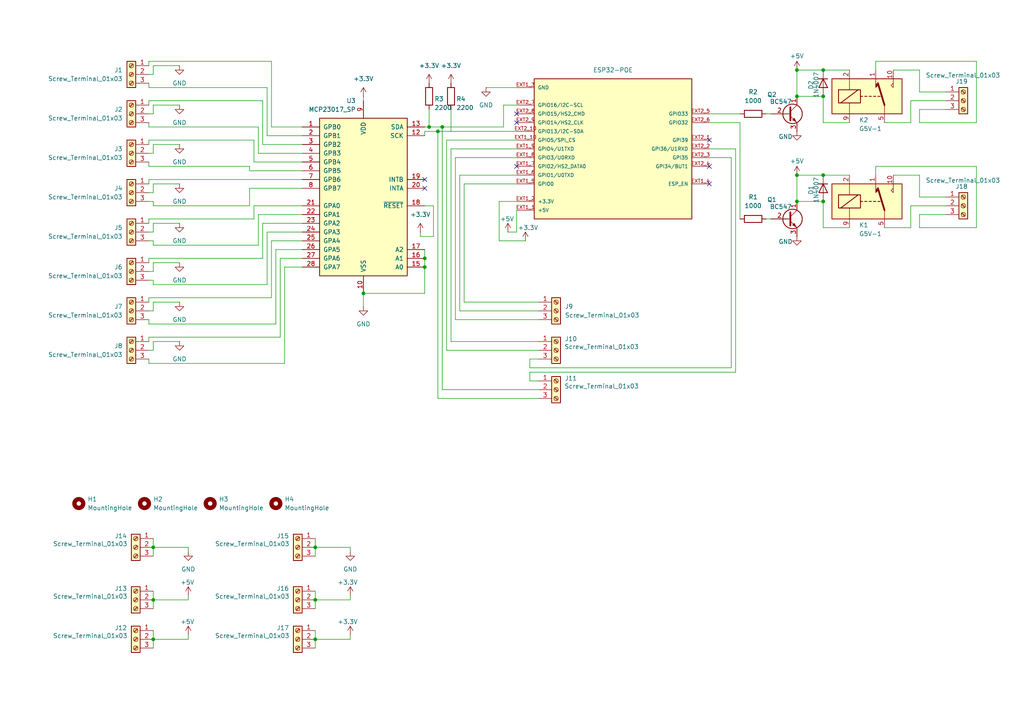
<source format=kicad_sch>
(kicad_sch (version 20231120) (generator "eeschema") (generator_version "8.0")
  (paper "A4")
  (lib_symbols
    (symbol "Connector:Screw_Terminal_01x03" (pin_names (offset 1.016) hide)
      (property "Reference" "J" (at 0 5.08 0))
      (property "Value" "Screw_Terminal_01x03" (at 0 -5.08 0))
      (symbol "Screw_Terminal_01x03_1_1"
        (rectangle (start -1.27 3.81) (end 1.27 -3.81) (stroke (width 0.254)) (fill (type background)))
        (circle (center 0 -2.54) (radius 0.635) (stroke (width 0.1524)))
        (polyline (pts (xy -0.5334 -2.2098) (xy 0.3302 -3.048)) (stroke (width 0.1524)))
        (polyline (pts (xy -0.5334 0.3302) (xy 0.3302 -0.508)) (stroke (width 0.1524)))
        (polyline (pts (xy -0.5334 2.8702) (xy 0.3302 2.032)) (stroke (width 0.1524)))
        (polyline (pts (xy -0.3556 -2.032) (xy 0.508 -2.8702)) (stroke (width 0.1524)))
        (polyline (pts (xy -0.3556 0.508) (xy 0.508 -0.3302)) (stroke (width 0.1524)))
        (polyline (pts (xy -0.3556 3.048) (xy 0.508 2.2098)) (stroke (width 0.1524)))
        (circle (center 0 0) (radius 0.635) (stroke (width 0.1524)))
        (circle (center 0 2.54) (radius 0.635) (stroke (width 0.1524)))
        (pin passive line (at -5.08 2.54 0) (length 3.81) (name "Pin_1") (number "1"))
        (pin passive line (at -5.08 0 0) (length 3.81) (name "Pin_2") (number "2"))
        (pin passive line (at -5.08 -2.54 0) (length 3.81) (name "Pin_3") (number "3"))
      )
    )
    (symbol "Device:R" (pin_numbers hide) (pin_names (offset 0))
      (property "Reference" "R" (at 2.032 0 90))
      (property "Value" "R" (at 0 0 90))
      (symbol "R_0_1"
        (rectangle (start -1.016 -2.54) (end 1.016 2.54) (stroke (width 0.254)))
      )
      (symbol "R_1_1"
        (pin passive line (at 0 3.81 270) (length 1.27) (name "~") (number "1"))
        (pin passive line (at 0 -3.81 90) (length 1.27) (name "~") (number "2"))
      )
    )
    (symbol "Diode:1N4007" (pin_numbers hide) (pin_names hide)
      (property "Reference" "D" (at 0 2.54 0))
      (property "Value" "1N4007" (at 0 -2.54 0))
      (symbol "1N4007_0_1"
        (polyline (pts (xy -1.27 1.27) (xy -1.27 -1.27)) (stroke (width 0.254)))
        (polyline (pts (xy 1.27 0) (xy -1.27 0)))
        (polyline (pts (xy 1.27 1.27) (xy 1.27 -1.27) (xy -1.27 0) (xy 1.27 1.27)) (stroke (width 0.254)))
      )
      (symbol "1N4007_1_1"
        (pin passive line (at -3.81 0 0) (length 2.54) (name "K") (number "1"))
        (pin passive line (at 3.81 0 180) (length 2.54) (name "A") (number "2"))
      )
    )
    (symbol "ESP32-POE:ESP32-POE" (pin_names (offset 1.016))
      (property "Reference" "U" (at -22.86 20.955 0))
      (property "Value" "ESP32-POE" (at -22.86 -22.86 0))
      (symbol "ESP32-POE_0_0"
        (rectangle (start -22.86 -20.32) (end 22.86 20.32) (stroke (width 0.254)) (fill (type background)))
        (pin power_in line (at 27.94 17.78 180) (length 5.08) (name "+5V") (number "EXT1_1"))
        (pin bidirectional line (at 27.94 -2.54 180) (length 5.08) (name "GPIO5/SPI_CS") (number "EXT1_10"))
        (pin power_in line (at 27.94 15.24 180) (length 5.08) (name "+3.3V") (number "EXT1_2"))
        (pin power_in line (at 27.94 -17.78 180) (length 5.08) (name "GND") (number "EXT1_3"))
        (pin input line (at -27.94 10.16 0) (length 5.08) (name "ESP_EN") (number "EXT1_4"))
        (pin bidirectional line (at 27.94 10.16 180) (length 5.08) (name "GPIO0") (number "EXT1_5"))
        (pin bidirectional line (at 27.94 7.62 180) (length 5.08) (name "GPIO1/U0TXD") (number "EXT1_6"))
        (pin bidirectional line (at 27.94 5.08 180) (length 5.08) (name "GPIO2/HS2_DATA0") (number "EXT1_7"))
        (pin bidirectional line (at 27.94 2.54 180) (length 5.08) (name "GPIO3/U0RXD") (number "EXT1_8"))
        (pin bidirectional line (at 27.94 0 180) (length 5.08) (name "GPIO4/U1TXD") (number "EXT1_9"))
        (pin input line (at -27.94 -2.54 0) (length 5.08) (name "GPI39") (number "EXT2_1"))
        (pin bidirectional line (at 27.94 -5.08 180) (length 5.08) (name "GPIO13/I2C-SDA") (number "EXT2_10"))
        (pin input line (at -27.94 0 0) (length 5.08) (name "GPI36/U1RXD") (number "EXT2_2"))
        (pin input line (at -27.94 2.54 0) (length 5.08) (name "GPI35") (number "EXT2_3"))
        (pin input line (at -27.94 5.08 0) (length 5.08) (name "GPI34/BUT1") (number "EXT2_4"))
        (pin bidirectional line (at -27.94 -10.16 0) (length 5.08) (name "GPIO33") (number "EXT2_5"))
        (pin bidirectional line (at -27.94 -7.62 0) (length 5.08) (name "GPIO32") (number "EXT2_6"))
        (pin bidirectional line (at 27.94 -12.7 180) (length 5.08) (name "GPIO16/I2C-SCL") (number "EXT2_7"))
        (pin bidirectional line (at 27.94 -10.16 180) (length 5.08) (name "GPIO15/HS2_CMD") (number "EXT2_8"))
        (pin bidirectional line (at 27.94 -7.62 180) (length 5.08) (name "GPIO14/HS2_CLK") (number "EXT2_9"))
      )
    )
    (symbol "Interface_Expansion:MCP23017_SP" (pin_names (offset 1.016))
      (property "Reference" "U" (at -11.43 24.13 0))
      (property "Value" "MCP23017_SP" (at 0 0 0))
      (symbol "MCP23017_SP_0_1"
        (rectangle (start -12.7 22.86) (end 12.7 -22.86) (stroke (width 0.254)) (fill (type background)))
      )
      (symbol "MCP23017_SP_1_1"
        (pin bidirectional line (at 17.78 20.32 180) (length 5.08) (name "GPB0") (number "1"))
        (pin power_in line (at 0 -27.94 90) (length 5.08) (name "VSS") (number "10"))
        (pin no_connect line (at -12.7 15.24 0) (length 5.08) hide (name "NC") (number "11"))
        (pin input line (at -17.78 17.78 0) (length 5.08) (name "SCK") (number "12"))
        (pin bidirectional line (at -17.78 20.32 0) (length 5.08) (name "SDA") (number "13"))
        (pin no_connect line (at -12.7 12.7 0) (length 5.08) hide (name "NC") (number "14"))
        (pin input line (at -17.78 -20.32 0) (length 5.08) (name "A0") (number "15"))
        (pin input line (at -17.78 -17.78 0) (length 5.08) (name "A1") (number "16"))
        (pin input line (at -17.78 -15.24 0) (length 5.08) (name "A2") (number "17"))
        (pin input line (at -17.78 -2.54 0) (length 5.08) (name "~{RESET}") (number "18"))
        (pin tri_state line (at -17.78 5.08 0) (length 5.08) (name "INTB") (number "19"))
        (pin bidirectional line (at 17.78 17.78 180) (length 5.08) (name "GPB1") (number "2"))
        (pin tri_state line (at -17.78 2.54 0) (length 5.08) (name "INTA") (number "20"))
        (pin bidirectional line (at 17.78 -2.54 180) (length 5.08) (name "GPA0") (number "21"))
        (pin bidirectional line (at 17.78 -5.08 180) (length 5.08) (name "GPA1") (number "22"))
        (pin bidirectional line (at 17.78 -7.62 180) (length 5.08) (name "GPA2") (number "23"))
        (pin bidirectional line (at 17.78 -10.16 180) (length 5.08) (name "GPA3") (number "24"))
        (pin bidirectional line (at 17.78 -12.7 180) (length 5.08) (name "GPA4") (number "25"))
        (pin bidirectional line (at 17.78 -15.24 180) (length 5.08) (name "GPA5") (number "26"))
        (pin bidirectional line (at 17.78 -17.78 180) (length 5.08) (name "GPA6") (number "27"))
        (pin bidirectional line (at 17.78 -20.32 180) (length 5.08) (name "GPA7") (number "28"))
        (pin bidirectional line (at 17.78 15.24 180) (length 5.08) (name "GPB2") (number "3"))
        (pin bidirectional line (at 17.78 12.7 180) (length 5.08) (name "GPB3") (number "4"))
        (pin bidirectional line (at 17.78 10.16 180) (length 5.08) (name "GPB4") (number "5"))
        (pin bidirectional line (at 17.78 7.62 180) (length 5.08) (name "GPB5") (number "6"))
        (pin bidirectional line (at 17.78 5.08 180) (length 5.08) (name "GPB6") (number "7"))
        (pin bidirectional line (at 17.78 2.54 180) (length 5.08) (name "GPB7") (number "8"))
        (pin power_in line (at 0 27.94 270) (length 5.08) (name "VDD") (number "9"))
      )
    )
    (symbol "Mechanical:MountingHole" (pin_names (offset 1.016))
      (property "Reference" "H" (at 0 5.08 0))
      (property "Value" "MountingHole" (at 0 3.175 0))
      (symbol "MountingHole_0_1"
        (circle (center 0 0) (radius 1.27) (stroke (width 1.27)))
      )
    )
    (symbol "Relay:G5V-1"
      (property "Reference" "K" (at 11.43 3.81 0))
      (property "Value" "G5V-1" (at 11.43 1.27 0))
      (symbol "G5V-1_0_0"
        (polyline (pts (xy 7.62 5.08) (xy 7.62 2.54) (xy 6.985 3.175) (xy 7.62 3.81)))
      )
      (symbol "G5V-1_0_1"
        (rectangle (start -10.16 5.08) (end 10.16 -5.08) (stroke (width 0.254)) (fill (type background)))
        (rectangle (start -8.255 1.905) (end -1.905 -1.905) (stroke (width 0.254)))
        (polyline (pts (xy -7.62 -1.905) (xy -2.54 1.905)) (stroke (width 0.254)))
        (polyline (pts (xy -5.08 -5.08) (xy -5.08 -1.905)))
        (polyline (pts (xy -5.08 5.08) (xy -5.08 1.905)))
        (polyline (pts (xy -1.905 0) (xy -1.27 0)) (stroke (width 0.254)))
        (polyline (pts (xy -0.635 0) (xy 0 0)) (stroke (width 0.254)))
        (polyline (pts (xy 0.635 0) (xy 1.27 0)) (stroke (width 0.254)))
        (polyline (pts (xy 1.905 0) (xy 2.54 0)) (stroke (width 0.254)))
        (polyline (pts (xy 3.175 0) (xy 3.81 0)) (stroke (width 0.254)))
        (polyline (pts (xy 5.08 -2.54) (xy 3.175 3.81)) (stroke (width 0.508)))
        (polyline (pts (xy 5.08 -2.54) (xy 5.08 -5.08)))
        (polyline (pts (xy 2.54 5.08) (xy 2.54 2.54) (xy 3.175 3.175) (xy 2.54 3.81)) (fill (type outline)))
      )
      (symbol "G5V-1_1_1"
        (pin passive line (at 2.54 7.62 270) (length 2.54) (name "~") (number "1"))
        (pin passive line (at 7.62 7.62 270) (length 2.54) (name "~") (number "10"))
        (pin passive line (at -5.08 7.62 270) (length 2.54) (name "~") (number "2"))
        (pin passive line (at 5.08 -7.62 90) (length 2.54) (name "~") (number "5"))
        (pin passive line (at 5.08 -7.62 90) (length 2.54) hide (name "~") (number "6"))
        (pin passive line (at -5.08 -7.62 90) (length 2.54) (name "~") (number "9"))
      )
    )
    (symbol "Transistor_BJT:BC547" (pin_names (offset 0) hide)
      (property "Reference" "Q" (at 5.08 1.905 0))
      (property "Value" "BC547" (at 5.08 0 0))
      (symbol "BC547_0_1"
        (polyline (pts (xy 0 0) (xy 0.635 0)))
        (polyline (pts (xy 0.635 0.635) (xy 2.54 2.54)))
        (polyline (pts (xy 0.635 -0.635) (xy 2.54 -2.54) (xy 2.54 -2.54)))
        (polyline (pts (xy 0.635 1.905) (xy 0.635 -1.905) (xy 0.635 -1.905)) (stroke (width 0.508)))
        (polyline (pts (xy 1.27 -1.778) (xy 1.778 -1.27) (xy 2.286 -2.286) (xy 1.27 -1.778) (xy 1.27 -1.778)) (fill (type outline)))
        (circle (center 1.27 0) (radius 2.8194) (stroke (width 0.254)))
      )
      (symbol "BC547_1_1"
        (pin passive line (at 2.54 5.08 270) (length 2.54) (name "C") (number "1"))
        (pin input line (at -5.08 0 0) (length 5.08) (name "B") (number "2"))
        (pin passive line (at 2.54 -5.08 90) (length 2.54) (name "E") (number "3"))
      )
    )
    (symbol "power:+3.3V" (power) (pin_numbers hide) (pin_names (offset 0) hide)
      (property "Value" "+3.3V" (at 0 3.556 0))
      (symbol "+3.3V_0_1"
        (polyline (pts (xy -0.762 1.27) (xy 0 2.54)))
        (polyline (pts (xy 0 0) (xy 0 2.54)))
        (polyline (pts (xy 0 2.54) (xy 0.762 1.27)))
      )
      (symbol "+3.3V_1_1"
        (pin power_in line (at 0 0 90) (length 0) (name "~") (number "1"))
      )
    )
    (symbol "power:+5V" (power) (pin_numbers hide) (pin_names (offset 0) hide)
      (property "Value" "+5V" (at 0 3.556 0))
      (symbol "+5V_0_1"
        (polyline (pts (xy -0.762 1.27) (xy 0 2.54)))
        (polyline (pts (xy 0 0) (xy 0 2.54)))
        (polyline (pts (xy 0 2.54) (xy 0.762 1.27)))
      )
      (symbol "+5V_1_1"
        (pin power_in line (at 0 0 90) (length 0) (name "~") (number "1"))
      )
    )
    (symbol "power:GND" (power) (pin_numbers hide) (pin_names (offset 0) hide)
      (property "Value" "GND" (at 0 -3.81 0))
      (symbol "GND_0_1"
        (polyline (pts (xy 0 0) (xy 0 -1.27) (xy 1.27 -1.27) (xy 0 -2.54) (xy -1.27 -1.27) (xy 0 -1.27)))
      )
      (symbol "GND_1_1"
        (pin power_in line (at 0 0 270) (length 0) (name "~") (number "1"))
      )
    )
  )
  (junction (at 128.27 36.83))
  (junction (at 124.46 36.83))
  (junction (at 91.44 158.75))
  (junction (at 123.19 77.47))
  (junction (at 238.76 50.8))
  (junction (at 105.41 85.09))
  (junction (at 231.14 58.42))
  (junction (at 127 38.1))
  (junction (at 238.76 58.42))
  (junction (at 91.44 173.99))
  (junction (at 238.76 27.94))
  (junction (at 44.45 185.42))
  (junction (at 231.14 27.94))
  (junction (at 44.45 158.75))
  (junction (at 44.45 173.99))
  (junction (at 123.19 74.93))
  (junction (at 231.14 20.32))
  (junction (at 238.76 20.32))
  (junction (at 231.14 50.8))
  (junction (at 91.44 185.42))
  (no_connect (at 205.74 40.64))
  (no_connect (at 123.19 54.61))
  (no_connect (at 123.19 52.07))
  (no_connect (at 205.74 53.34))
  (no_connect (at 149.86 48.26))
  (no_connect (at 149.86 35.56))
  (no_connect (at 149.86 33.02))
  (no_connect (at 205.74 48.26))
  (wire (pts (xy 132.08 45.72) (xy 132.08 92.71)))
  (wire (pts (xy 146.05 30.48) (xy 149.86 30.48)))
  (wire (pts (xy 213.36 107.95) (xy 213.36 43.18)))
  (wire (pts (xy 73.66 59.69) (xy 87.63 59.69)))
  (wire (pts (xy 73.66 59.69) (xy 73.66 63.5)))
  (wire (pts (xy 43.18 86.36) (xy 43.18 87.63)))
  (wire (pts (xy 44.45 58.42) (xy 43.18 58.42)))
  (wire (pts (xy 74.93 44.45) (xy 74.93 36.83)))
  (wire (pts (xy 254 17.78) (xy 283.21 17.78)))
  (wire (pts (xy 44.45 76.2) (xy 44.45 78.74)))
  (wire (pts (xy 264.16 59.69) (xy 274.32 59.69)))
  (wire (pts (xy 74.93 36.83) (xy 43.18 36.83)))
  (wire (pts (xy 129.54 40.64) (xy 129.54 101.6)))
  (wire (pts (xy 123.19 77.47) (xy 123.19 85.09)))
  (wire (pts (xy 127 115.57) (xy 127 38.1)))
  (wire (pts (xy 101.6 173.99) (xy 101.6 172.72)))
  (wire (pts (xy 231.14 27.94) (xy 231.14 20.32)))
  (wire (pts (xy 72.39 49.53) (xy 72.39 48.26)))
  (wire (pts (xy 77.47 67.31) (xy 87.63 67.31)))
  (wire (pts (xy 133.35 90.17) (xy 156.21 90.17)))
  (wire (pts (xy 101.6 185.42) (xy 101.6 184.15)))
  (wire (pts (xy 231.14 50.8) (xy 238.76 50.8)))
  (wire (pts (xy 78.74 69.85) (xy 78.74 86.36)))
  (wire (pts (xy 43.18 63.5) (xy 43.18 64.77)))
  (wire (pts (xy 81.28 74.93) (xy 87.63 74.93)))
  (wire (pts (xy 238.76 66.04) (xy 238.76 58.42)))
  (wire (pts (xy 130.81 43.18) (xy 130.81 99.06)))
  (wire (pts (xy 123.19 74.93) (xy 123.19 77.47)))
  (wire (pts (xy 74.93 44.45) (xy 87.63 44.45)))
  (wire (pts (xy 231.14 20.32) (xy 238.76 20.32)))
  (wire (pts (xy 73.66 40.64) (xy 43.18 40.64)))
  (wire (pts (xy 123.19 85.09) (xy 105.41 85.09)))
  (wire (pts (xy 44.45 101.6) (xy 43.18 101.6)))
  (wire (pts (xy 54.61 160.02) (xy 54.61 158.75)))
  (wire (pts (xy 76.2 41.91) (xy 76.2 29.21)))
  (wire (pts (xy 149.86 45.72) (xy 132.08 45.72)))
  (wire (pts (xy 82.55 77.47) (xy 82.55 105.41)))
  (wire (pts (xy 87.63 52.07) (xy 43.18 52.07)))
  (wire (pts (xy 52.07 64.77) (xy 44.45 64.77)))
  (wire (pts (xy 44.45 158.75) (xy 54.61 158.75)))
  (wire (pts (xy 43.18 93.98) (xy 43.18 92.71)))
  (wire (pts (xy 153.67 106.68) (xy 153.67 104.14)))
  (wire (pts (xy 78.74 69.85) (xy 87.63 69.85)))
  (wire (pts (xy 44.45 55.88) (xy 43.18 55.88)))
  (wire (pts (xy 123.19 59.69) (xy 125.73 59.69)))
  (wire (pts (xy 212.09 45.72) (xy 205.74 45.72)))
  (wire (pts (xy 124.46 36.83) (xy 128.27 36.83)))
  (wire (pts (xy 105.41 85.09) (xy 105.41 88.9)))
  (wire (pts (xy 44.45 185.42) (xy 44.45 187.96)))
  (wire (pts (xy 132.08 92.71) (xy 156.21 92.71)))
  (wire (pts (xy 44.45 158.75) (xy 44.45 161.29)))
  (wire (pts (xy 74.93 62.23) (xy 74.93 71.12)))
  (wire (pts (xy 73.66 46.99) (xy 73.66 40.64)))
  (wire (pts (xy 264.16 29.21) (xy 274.32 29.21)))
  (wire (pts (xy 91.44 158.75) (xy 101.6 158.75)))
  (wire (pts (xy 152.4 69.85) (xy 144.78 69.85)))
  (wire (pts (xy 52.07 30.48) (xy 44.45 30.48)))
  (wire (pts (xy 44.45 71.12) (xy 44.45 69.85)))
  (wire (pts (xy 231.14 27.94) (xy 238.76 27.94)))
  (wire (pts (xy 144.78 58.42) (xy 149.86 58.42)))
  (wire (pts (xy 134.62 53.34) (xy 134.62 87.63)))
  (wire (pts (xy 129.54 101.6) (xy 156.21 101.6)))
  (wire (pts (xy 146.05 36.83) (xy 146.05 30.48)))
  (wire (pts (xy 43.18 69.85) (xy 44.45 69.85)))
  (wire (pts (xy 44.45 185.42) (xy 54.61 185.42)))
  (wire (pts (xy 214.63 63.5) (xy 214.63 35.56)))
  (wire (pts (xy 43.18 29.21) (xy 43.18 30.48)))
  (wire (pts (xy 52.07 87.63) (xy 44.45 87.63)))
  (wire (pts (xy 266.7 57.15) (xy 274.32 57.15)))
  (wire (pts (xy 134.62 87.63) (xy 156.21 87.63)))
  (wire (pts (xy 44.45 64.77) (xy 44.45 67.31)))
  (wire (pts (xy 87.63 54.61) (xy 72.39 54.61)))
  (wire (pts (xy 222.25 33.02) (xy 223.52 33.02)))
  (wire (pts (xy 43.18 48.26) (xy 43.18 46.99)))
  (wire (pts (xy 125.73 59.69) (xy 125.73 68.58)))
  (wire (pts (xy 153.67 107.95) (xy 153.67 110.49)))
  (wire (pts (xy 156.21 113.03) (xy 128.27 113.03)))
  (wire (pts (xy 44.45 156.21) (xy 44.45 158.75)))
  (wire (pts (xy 72.39 59.69) (xy 44.45 59.69)))
  (wire (pts (xy 91.44 158.75) (xy 91.44 156.21)))
  (wire (pts (xy 44.45 81.28) (xy 43.18 81.28)))
  (wire (pts (xy 87.63 46.99) (xy 73.66 46.99)))
  (wire (pts (xy 77.47 67.31) (xy 77.47 82.55)))
  (wire (pts (xy 231.14 58.42) (xy 238.76 58.42)))
  (wire (pts (xy 44.45 59.69) (xy 44.45 58.42)))
  (wire (pts (xy 91.44 173.99) (xy 91.44 176.53)))
  (wire (pts (xy 246.38 50.8) (xy 238.76 50.8)))
  (wire (pts (xy 127 38.1) (xy 149.86 38.1)))
  (wire (pts (xy 82.55 105.41) (xy 43.18 105.41)))
  (wire (pts (xy 44.45 19.05) (xy 44.45 21.59)))
  (wire (pts (xy 43.18 52.07) (xy 43.18 53.34)))
  (wire (pts (xy 78.74 36.83) (xy 78.74 17.78)))
  (wire (pts (xy 153.67 110.49) (xy 156.21 110.49)))
  (wire (pts (xy 44.45 21.59) (xy 43.18 21.59)))
  (wire (pts (xy 91.44 185.42) (xy 91.44 187.96)))
  (wire (pts (xy 73.66 63.5) (xy 43.18 63.5)))
  (wire (pts (xy 101.6 160.02) (xy 101.6 158.75)))
  (wire (pts (xy 52.07 53.34) (xy 44.45 53.34)))
  (wire (pts (xy 264.16 29.21) (xy 264.16 35.56)))
  (wire (pts (xy 81.28 97.79) (xy 43.18 97.79)))
  (wire (pts (xy 266.7 31.75) (xy 274.32 31.75)))
  (wire (pts (xy 52.07 76.2) (xy 44.45 76.2)))
  (wire (pts (xy 76.2 29.21) (xy 43.18 29.21)))
  (wire (pts (xy 44.45 67.31) (xy 43.18 67.31)))
  (wire (pts (xy 256.54 35.56) (xy 264.16 35.56)))
  (wire (pts (xy 231.14 58.42) (xy 231.14 50.8)))
  (wire (pts (xy 213.36 43.18) (xy 205.74 43.18)))
  (wire (pts (xy 214.63 35.56) (xy 205.74 35.56)))
  (wire (pts (xy 149.86 67.31) (xy 149.86 60.96)))
  (wire (pts (xy 87.63 39.37) (xy 77.47 39.37)))
  (wire (pts (xy 91.44 171.45) (xy 91.44 173.99)))
  (wire (pts (xy 77.47 25.4) (xy 43.18 25.4)))
  (wire (pts (xy 264.16 59.69) (xy 264.16 66.04)))
  (wire (pts (xy 91.44 158.75) (xy 91.44 161.29)))
  (wire (pts (xy 283.21 17.78) (xy 283.21 35.56)))
  (wire (pts (xy 87.63 36.83) (xy 78.74 36.83)))
  (wire (pts (xy 128.27 113.03) (xy 128.27 36.83)))
  (wire (pts (xy 259.08 20.32) (xy 266.7 20.32)))
  (wire (pts (xy 266.7 35.56) (xy 266.7 31.75)))
  (wire (pts (xy 76.2 64.77) (xy 76.2 74.93)))
  (wire (pts (xy 266.7 62.23) (xy 274.32 62.23)))
  (wire (pts (xy 222.25 63.5) (xy 223.52 63.5)))
  (wire (pts (xy 44.45 41.91) (xy 44.45 44.45)))
  (wire (pts (xy 76.2 74.93) (xy 43.18 74.93)))
  (wire (pts (xy 43.18 40.64) (xy 43.18 41.91)))
  (wire (pts (xy 82.55 77.47) (xy 87.63 77.47)))
  (wire (pts (xy 44.45 44.45) (xy 43.18 44.45)))
  (wire (pts (xy 43.18 36.83) (xy 43.18 35.56)))
  (wire (pts (xy 123.19 39.37) (xy 123.19 38.1)))
  (wire (pts (xy 81.28 74.93) (xy 81.28 97.79)))
  (wire (pts (xy 238.76 35.56) (xy 246.38 35.56)))
  (wire (pts (xy 123.19 36.83) (xy 124.46 36.83)))
  (wire (pts (xy 80.01 93.98) (xy 43.18 93.98)))
  (wire (pts (xy 149.86 53.34) (xy 134.62 53.34)))
  (wire (pts (xy 121.92 68.58) (xy 121.92 67.31)))
  (wire (pts (xy 212.09 106.68) (xy 153.67 106.68)))
  (wire (pts (xy 80.01 72.39) (xy 87.63 72.39)))
  (wire (pts (xy 44.45 90.17) (xy 43.18 90.17)))
  (wire (pts (xy 91.44 173.99) (xy 101.6 173.99)))
  (wire (pts (xy 144.78 69.85) (xy 144.78 58.42)))
  (wire (pts (xy 266.7 66.04) (xy 266.7 62.23)))
  (wire (pts (xy 130.81 31.75) (xy 130.81 38.1)))
  (wire (pts (xy 44.45 53.34) (xy 44.45 55.88)))
  (wire (pts (xy 44.45 185.42) (xy 44.45 182.88)))
  (wire (pts (xy 78.74 17.78) (xy 43.18 17.78)))
  (wire (pts (xy 43.18 97.79) (xy 43.18 99.06)))
  (wire (pts (xy 123.19 72.39) (xy 123.19 74.93)))
  (wire (pts (xy 87.63 41.91) (xy 76.2 41.91)))
  (wire (pts (xy 91.44 185.42) (xy 101.6 185.42)))
  (wire (pts (xy 133.35 50.8) (xy 133.35 90.17)))
  (wire (pts (xy 52.07 19.05) (xy 44.45 19.05)))
  (wire (pts (xy 266.7 20.32) (xy 266.7 26.67)))
  (wire (pts (xy 125.73 68.58) (xy 121.92 68.58)))
  (wire (pts (xy 124.46 31.75) (xy 124.46 36.83)))
  (wire (pts (xy 43.18 105.41) (xy 43.18 104.14)))
  (wire (pts (xy 43.18 74.93) (xy 43.18 76.2)))
  (wire (pts (xy 44.45 30.48) (xy 44.45 33.02)))
  (wire (pts (xy 123.19 38.1) (xy 127 38.1)))
  (wire (pts (xy 266.7 50.8) (xy 266.7 57.15)))
  (wire (pts (xy 77.47 25.4) (xy 77.47 39.37)))
  (wire (pts (xy 44.45 87.63) (xy 44.45 90.17)))
  (wire (pts (xy 149.86 67.31) (xy 147.32 67.31)))
  (wire (pts (xy 153.67 107.95) (xy 213.36 107.95)))
  (wire (pts (xy 74.93 71.12) (xy 44.45 71.12)))
  (wire (pts (xy 52.07 99.06) (xy 44.45 99.06)))
  (wire (pts (xy 128.27 36.83) (xy 146.05 36.83)))
  (wire (pts (xy 74.93 62.23) (xy 87.63 62.23)))
  (wire (pts (xy 54.61 184.15) (xy 54.61 185.42)))
  (wire (pts (xy 153.67 104.14) (xy 156.21 104.14)))
  (wire (pts (xy 77.47 82.55) (xy 44.45 82.55)))
  (wire (pts (xy 238.76 35.56) (xy 238.76 27.94)))
  (wire (pts (xy 254 48.26) (xy 254 50.8)))
  (wire (pts (xy 283.21 35.56) (xy 266.7 35.56)))
  (wire (pts (xy 266.7 26.67) (xy 274.32 26.67)))
  (wire (pts (xy 44.45 173.99) (xy 54.61 173.99)))
  (wire (pts (xy 105.41 29.21) (xy 105.41 27.94)))
  (wire (pts (xy 254 17.78) (xy 254 20.32)))
  (wire (pts (xy 43.18 25.4) (xy 43.18 24.13)))
  (wire (pts (xy 44.45 78.74) (xy 43.18 78.74)))
  (wire (pts (xy 254 48.26) (xy 283.21 48.26)))
  (wire (pts (xy 44.45 33.02) (xy 43.18 33.02)))
  (wire (pts (xy 52.07 41.91) (xy 44.45 41.91)))
  (wire (pts (xy 283.21 48.26) (xy 283.21 66.04)))
  (wire (pts (xy 43.18 17.78) (xy 43.18 19.05)))
  (wire (pts (xy 87.63 49.53) (xy 72.39 49.53)))
  (wire (pts (xy 44.45 99.06) (xy 44.45 101.6)))
  (wire (pts (xy 91.44 182.88) (xy 91.44 185.42)))
  (wire (pts (xy 130.81 43.18) (xy 149.86 43.18)))
  (wire (pts (xy 156.21 115.57) (xy 127 115.57)))
  (wire (pts (xy 130.81 99.06) (xy 156.21 99.06)))
  (wire (pts (xy 205.74 33.02) (xy 214.63 33.02)))
  (wire (pts (xy 283.21 66.04) (xy 266.7 66.04)))
  (wire (pts (xy 72.39 54.61) (xy 72.39 59.69)))
  (wire (pts (xy 72.39 48.26) (xy 43.18 48.26)))
  (wire (pts (xy 256.54 66.04) (xy 264.16 66.04)))
  (wire (pts (xy 259.08 50.8) (xy 266.7 50.8)))
  (wire (pts (xy 149.86 50.8) (xy 133.35 50.8)))
  (wire (pts (xy 129.54 40.64) (xy 149.86 40.64)))
  (wire (pts (xy 44.45 173.99) (xy 44.45 171.45)))
  (wire (pts (xy 76.2 64.77) (xy 87.63 64.77)))
  (wire (pts (xy 44.45 82.55) (xy 44.45 81.28)))
  (wire (pts (xy 212.09 45.72) (xy 212.09 106.68)))
  (wire (pts (xy 246.38 20.32) (xy 238.76 20.32)))
  (wire (pts (xy 238.76 66.04) (xy 246.38 66.04)))
  (wire (pts (xy 80.01 72.39) (xy 80.01 93.98)))
  (wire (pts (xy 78.74 86.36) (xy 43.18 86.36)))
  (wire (pts (xy 140.97 25.4) (xy 149.86 25.4)))
  (wire (pts (xy 44.45 173.99) (xy 44.45 176.53)))
  (wire (pts (xy 54.61 172.72) (xy 54.61 173.99)))
  (symbol (lib_id "Connector:Screw_Terminal_01x03") (at 86.36 185.42 0) (mirror y) (unit 1)
    (property "Reference" "J17" (at 82.042 182.118 0))
    (property "Value" "Screw_Terminal_01x03" (at 73.152 184.404 0))
    (property "Footprint" "Library:ScrewTerminal" (effects (hide yes)))
    (property "Description" "Generic screw terminal, single row, 01x03, script generated (kicad-library-utils/schlib/autogen/connector/)" (effects (hide yes)))
  )
  (symbol (lib_id "Connector:Screw_Terminal_01x03") (at 38.1 33.02 0) (mirror y) (unit 1)
    (property "Reference" "J2" (at 35.56 31.7499 0) (effects (justify left)))
    (property "Value" "Screw_Terminal_01x03" (at 35.56 34.2899 0) (effects (justify left)))
    (property "Footprint" "Library:ScrewTerminal" (effects (hide yes)))
    (property "Description" "Generic screw terminal, single row, 01x03, script generated (kicad-library-utils/schlib/autogen/connector/)" (effects (hide yes)))
  )
  (symbol (lib_id "Device:R") (at 130.81 27.94 0) (unit 1)
    (property "Reference" "R4" (at 132.334 28.702 0) (effects (justify left)))
    (property "Value" "2200" (at 132.334 31.242 0) (effects (justify left)))
    (property "Footprint" "Resistor_THT:R_Axial_DIN0204_L3.6mm_D1.6mm_P5.08mm_Horizontal" (effects (hide yes)))
    (property "Description" "Resistor" (effects (hide yes)))
  )
  (symbol (lib_id "Relay:G5V-1") (at 251.46 58.42 0) (unit 1)
    (property "Reference" "K1" (at 249.174 65.278 0) (effects (justify left)))
    (property "Value" "G5V-1" (at 249.174 67.818 0) (effects (justify left)))
    (property "Footprint" "Relay_THT:Relay_SPDT_Omron_G5V-1" (effects (hide yes)))
    (property "Datasheet" "http://omronfs.omron.com/en_US/ecb/products/pdf/en-g5v_1.pdf" (effects (hide yes)))
    (property "Description" "Ultra-miniature, Highly Sensitive SPDT Relay for Signal Circuits" (effects (hide yes)))
  )
  (symbol (lib_id "Connector:Screw_Terminal_01x03") (at 38.1 101.6 0) (mirror y) (unit 1)
    (property "Reference" "J8" (at 35.56 100.3299 0) (effects (justify left)))
    (property "Value" "Screw_Terminal_01x03" (at 35.56 102.8699 0) (effects (justify left)))
    (property "Footprint" "Library:ScrewTerminal" (effects (hide yes)))
    (property "Description" "Generic screw terminal, single row, 01x03, script generated (kicad-library-utils/schlib/autogen/connector/)" (effects (hide yes)))
  )
  (symbol (lib_id "ESP32-POE:ESP32-POE") (at 177.8 43.18 180) (unit 1)
    (property "Reference" "U1" (effects (hide yes)))
    (property "Value" "ESP32-POE" (at 177.8 20.32 0))
    (property "Footprint" "Library:MODULE_ESP32-POE" (effects (hide yes)))
    (property "MF" "Olimex LTD" (effects (hide yes)))
    (property "MAXIMUM_PACKAGE_HEIGHT" "N/A" (effects (hide yes)))
    (property "Package" "Package" (effects (hide yes)))
    (property "Price" "None" (effects (hide yes)))
    (property "Check_prices" "https://www.snapeda.com/parts/ESP32-POE/Olimex+LTD/view-part/?ref=eda" (effects (hide yes)))
    (property "STANDARD" "Manufacturer Recommendations" (effects (hide yes)))
    (property "PARTREV" "L1" (effects (hide yes)))
    (property "SnapEDA_Link" "https://www.snapeda.com/parts/ESP32-POE/Olimex+LTD/view-part/?ref=snap" (effects (hide yes)))
    (property "MP" "ESP32-POE" (effects (hide yes)))
    (property "Description_1" "\nESP32-WROOM32 - Transceiver; 802.11 b/g/n (Wi-Fi, WiFi, WLAN), Bluetooth® Smart 4.x Low Energy (BLE) 2.4GHz Evaluation Board\n" (effects (hide yes)))
    (property "Availability" "In Stock" (effects (hide yes)))
    (property "MANUFACTURER" "Olimex LTD" (effects (hide yes)))
  )
  (symbol (lib_id "Connector:Screw_Terminal_01x03") (at 38.1 90.17 0) (mirror y) (unit 1)
    (property "Reference" "J7" (at 35.56 88.8999 0) (effects (justify left)))
    (property "Value" "Screw_Terminal_01x03" (at 35.56 91.4399 0) (effects (justify left)))
    (property "Footprint" "Library:ScrewTerminal" (effects (hide yes)))
    (property "Description" "Generic screw terminal, single row, 01x03, script generated (kicad-library-utils/schlib/autogen/connector/)" (effects (hide yes)))
  )
  (symbol (lib_id "Mechanical:MountingHole") (at 22.86 146.05 0) (unit 1)
    (property "Reference" "H1" (at 25.4 144.7799 0) (effects (justify left)))
    (property "Value" "MountingHole" (at 25.4 147.3199 0) (effects (justify left)))
    (property "Footprint" "MountingHole:MountingHole_3.2mm_M3_DIN965_Pad" (effects (hide yes)))
    (property "Description" "Mounting Hole without connection" (effects (hide yes)))
  )
  (symbol (lib_id "power:+5V") (at 147.32 67.31 0) (unit 1)
    (property "Reference" "#PWR020" (effects (hide yes)))
    (property "Value" "+5V" (at 147.066 63.5 0))
    (property "Description" "Power symbol creates a global label with name \"+5V\"" (effects (hide yes)))
  )
  (symbol (lib_id "Connector:Screw_Terminal_01x03") (at 279.4 59.69 0) (unit 1)
    (property "Reference" "J18" (at 277.114 54.102 0) (effects (justify left)))
    (property "Value" "Screw_Terminal_01x03" (at 268.478 52.324 0) (effects (justify left)))
    (property "Footprint" "Library:ScrewTerminal" (effects (hide yes)))
    (property "Description" "Generic screw terminal, single row, 01x03, script generated (kicad-library-utils/schlib/autogen/connector/)" (effects (hide yes)))
  )
  (symbol (lib_id "Connector:Screw_Terminal_01x03") (at 161.29 101.6 0) (unit 1)
    (property "Reference" "J10" (at 165.608 98.298 0))
    (property "Value" "Screw_Terminal_01x03" (at 174.498 100.584 0))
    (property "Footprint" "Library:ScrewTerminal" (effects (hide yes)))
    (property "Description" "Generic screw terminal, single row, 01x03, script generated (kicad-library-utils/schlib/autogen/connector/)" (effects (hide yes)))
  )
  (symbol (lib_id "Transistor_BJT:BC547") (at 228.6 63.5 0) (unit 1)
    (property "Reference" "Q1" (at 222.504 57.912 0) (effects (justify left)))
    (property "Value" "BC547" (at 223.266 59.944 0) (effects (justify left)))
    (property "Footprint" "Package_TO_SOT_THT:TO-92L_Inline" (effects (hide yes)))
    (property "Datasheet" "https://www.onsemi.com/pub/Collateral/BC550-D.pdf" (effects (hide yes)))
    (property "Description" "0.1A Ic, 45V Vce, Small Signal NPN Transistor, TO-92" (effects (hide yes)))
  )
  (symbol (lib_id "Connector:Screw_Terminal_01x03") (at 86.36 158.75 0) (mirror y) (unit 1)
    (property "Reference" "J15" (at 82.042 155.448 0))
    (property "Value" "Screw_Terminal_01x03" (at 73.152 157.734 0))
    (property "Footprint" "Library:ScrewTerminal" (effects (hide yes)))
    (property "Description" "Generic screw terminal, single row, 01x03, script generated (kicad-library-utils/schlib/autogen/connector/)" (effects (hide yes)))
  )
  (symbol (lib_id "power:+3.3V") (at 105.41 27.94 0) (mirror y) (unit 1)
    (property "Reference" "#PWR016" (effects (hide yes)))
    (property "Value" "+3.3V" (at 105.41 22.86 0))
    (property "Description" "Power symbol creates a global label with name \"+3.3V\"" (effects (hide yes)))
  )
  (symbol (lib_id "Connector:Screw_Terminal_01x03") (at 161.29 113.03 0) (unit 1)
    (property "Reference" "J11" (at 165.608 109.728 0))
    (property "Value" "Screw_Terminal_01x03" (at 174.498 112.014 0))
    (property "Footprint" "Library:ScrewTerminal" (effects (hide yes)))
    (property "Description" "Generic screw terminal, single row, 01x03, script generated (kicad-library-utils/schlib/autogen/connector/)" (effects (hide yes)))
  )
  (symbol (lib_id "Connector:Screw_Terminal_01x03") (at 39.37 158.75 0) (mirror y) (unit 1)
    (property "Reference" "J14" (at 35.052 155.448 0))
    (property "Value" "Screw_Terminal_01x03" (at 26.162 157.734 0))
    (property "Footprint" "Library:ScrewTerminal" (effects (hide yes)))
    (property "Description" "Generic screw terminal, single row, 01x03, script generated (kicad-library-utils/schlib/autogen/connector/)" (effects (hide yes)))
  )
  (symbol (lib_id "Connector:Screw_Terminal_01x03") (at 38.1 67.31 0) (mirror y) (unit 1)
    (property "Reference" "J5" (at 35.56 66.0399 0) (effects (justify left)))
    (property "Value" "Screw_Terminal_01x03" (at 35.56 68.5799 0) (effects (justify left)))
    (property "Footprint" "Library:ScrewTerminal" (effects (hide yes)))
    (property "Description" "Generic screw terminal, single row, 01x03, script generated (kicad-library-utils/schlib/autogen/connector/)" (effects (hide yes)))
  )
  (symbol (lib_id "power:+3.3V") (at 101.6 172.72 0) (mirror y) (unit 1)
    (property "Reference" "#PWR04" (effects (hide yes)))
    (property "Value" "+3.3V" (at 100.838 168.91 0))
    (property "Description" "Power symbol creates a global label with name \"+3.3V\"" (effects (hide yes)))
  )
  (symbol (lib_id "power:GND") (at 231.14 68.58 0) (unit 1)
    (property "Reference" "#PWR024" (effects (hide yes)))
    (property "Value" "GND" (at 227.838 70.104 0))
    (property "Description" "Power symbol creates a global label with name \"GND\" , ground" (effects (hide yes)))
  )
  (symbol (lib_id "power:GND") (at 52.07 41.91 0) (mirror y) (unit 1)
    (property "Reference" "#PWR07" (effects (hide yes)))
    (property "Value" "GND" (at 52.07 46.99 0))
    (property "Description" "Power symbol creates a global label with name \"GND\" , ground" (effects (hide yes)))
  )
  (symbol (lib_id "Mechanical:MountingHole") (at 41.91 146.05 0) (unit 1)
    (property "Reference" "H2" (at 44.45 144.7799 0) (effects (justify left)))
    (property "Value" "MountingHole" (at 44.45 147.3199 0) (effects (justify left)))
    (property "Footprint" "MountingHole:MountingHole_3.2mm_M3_DIN965_Pad" (effects (hide yes)))
    (property "Description" "Mounting Hole without connection" (effects (hide yes)))
  )
  (symbol (lib_id "power:+5V") (at 231.14 50.8 0) (mirror y) (unit 1)
    (property "Reference" "#PWR021" (effects (hide yes)))
    (property "Value" "+5V" (at 231.14 46.736 0))
    (property "Description" "Power symbol creates a global label with name \"+5V\"" (effects (hide yes)))
  )
  (symbol (lib_id "power:GND") (at 231.14 38.1 0) (unit 1)
    (property "Reference" "#PWR027" (effects (hide yes)))
    (property "Value" "GND" (at 227.838 39.624 0))
    (property "Description" "Power symbol creates a global label with name \"GND\" , ground" (effects (hide yes)))
  )
  (symbol (lib_id "Mechanical:MountingHole") (at 80.01 146.05 0) (unit 1)
    (property "Reference" "H4" (at 82.55 144.7799 0) (effects (justify left)))
    (property "Value" "MountingHole" (at 82.55 147.3199 0) (effects (justify left)))
    (property "Footprint" "MountingHole:MountingHole_3.2mm_M3_DIN965_Pad" (effects (hide yes)))
    (property "Description" "Mounting Hole without connection" (effects (hide yes)))
  )
  (symbol (lib_id "Transistor_BJT:BC547") (at 228.6 33.02 0) (unit 1)
    (property "Reference" "Q2" (at 222.504 27.432 0) (effects (justify left)))
    (property "Value" "BC547" (at 223.266 29.464 0) (effects (justify left)))
    (property "Footprint" "Package_TO_SOT_THT:TO-92L_Inline" (effects (hide yes)))
    (property "Datasheet" "https://www.onsemi.com/pub/Collateral/BC550-D.pdf" (effects (hide yes)))
    (property "Description" "0.1A Ic, 45V Vce, Small Signal NPN Transistor, TO-92" (effects (hide yes)))
  )
  (symbol (lib_id "Connector:Screw_Terminal_01x03") (at 38.1 78.74 0) (mirror y) (unit 1)
    (property "Reference" "J6" (at 35.56 77.4699 0) (effects (justify left)))
    (property "Value" "Screw_Terminal_01x03" (at 35.56 80.0099 0) (effects (justify left)))
    (property "Footprint" "Library:ScrewTerminal" (effects (hide yes)))
    (property "Description" "Generic screw terminal, single row, 01x03, script generated (kicad-library-utils/schlib/autogen/connector/)" (effects (hide yes)))
  )
  (symbol (lib_id "power:+5V") (at 54.61 172.72 0) (unit 1)
    (property "Reference" "#PWR03" (effects (hide yes)))
    (property "Value" "+5V" (at 54.356 168.91 0))
    (property "Description" "Power symbol creates a global label with name \"+5V\"" (effects (hide yes)))
  )
  (symbol (lib_id "Connector:Screw_Terminal_01x03") (at 279.4 29.21 0) (unit 1)
    (property "Reference" "J19" (at 277.114 23.622 0) (effects (justify left)))
    (property "Value" "Screw_Terminal_01x03" (at 268.478 21.844 0) (effects (justify left)))
    (property "Footprint" "Library:ScrewTerminal" (effects (hide yes)))
    (property "Description" "Generic screw terminal, single row, 01x03, script generated (kicad-library-utils/schlib/autogen/connector/)" (effects (hide yes)))
  )
  (symbol (lib_id "Relay:G5V-1") (at 251.46 27.94 0) (unit 1)
    (property "Reference" "K2" (at 249.174 34.798 0) (effects (justify left)))
    (property "Value" "G5V-1" (at 249.174 37.338 0) (effects (justify left)))
    (property "Footprint" "Relay_THT:Relay_SPDT_Omron_G5V-1" (effects (hide yes)))
    (property "Datasheet" "http://omronfs.omron.com/en_US/ecb/products/pdf/en-g5v_1.pdf" (effects (hide yes)))
    (property "Description" "Ultra-miniature, Highly Sensitive SPDT Relay for Signal Circuits" (effects (hide yes)))
  )
  (symbol (lib_id "Connector:Screw_Terminal_01x03") (at 38.1 44.45 0) (mirror y) (unit 1)
    (property "Reference" "J3" (at 35.56 43.1799 0) (effects (justify left)))
    (property "Value" "Screw_Terminal_01x03" (at 35.56 45.7199 0) (effects (justify left)))
    (property "Footprint" "Library:ScrewTerminal" (effects (hide yes)))
    (property "Description" "Generic screw terminal, single row, 01x03, script generated (kicad-library-utils/schlib/autogen/connector/)" (effects (hide yes)))
  )
  (symbol (lib_id "power:GND") (at 105.41 88.9 0) (mirror y) (unit 1)
    (property "Reference" "#PWR017" (effects (hide yes)))
    (property "Value" "GND" (at 105.41 93.98 0))
    (property "Description" "Power symbol creates a global label with name \"GND\" , ground" (effects (hide yes)))
  )
  (symbol (lib_id "Mechanical:MountingHole") (at 60.96 146.05 0) (unit 1)
    (property "Reference" "H3" (at 63.5 144.7799 0) (effects (justify left)))
    (property "Value" "MountingHole" (at 63.5 147.3199 0) (effects (justify left)))
    (property "Footprint" "MountingHole:MountingHole_3.2mm_M3_DIN965_Pad" (effects (hide yes)))
    (property "Description" "Mounting Hole without connection" (effects (hide yes)))
  )
  (symbol (lib_id "power:+5V") (at 54.61 184.15 0) (unit 1)
    (property "Reference" "#PWR014" (effects (hide yes)))
    (property "Value" "+5V" (at 54.356 180.34 0))
    (property "Description" "Power symbol creates a global label with name \"+5V\"" (effects (hide yes)))
  )
  (symbol (lib_id "power:GND") (at 52.07 19.05 0) (mirror y) (unit 1)
    (property "Reference" "#PWR05" (effects (hide yes)))
    (property "Value" "GND" (at 52.07 24.13 0))
    (property "Description" "Power symbol creates a global label with name \"GND\" , ground" (effects (hide yes)))
  )
  (symbol (lib_id "Device:R") (at 218.44 63.5 90) (unit 1)
    (property "Reference" "R1" (at 218.44 57.15 90))
    (property "Value" "1000" (at 218.44 59.69 90))
    (property "Footprint" "Resistor_THT:R_Axial_DIN0204_L3.6mm_D1.6mm_P5.08mm_Horizontal" (effects (hide yes)))
    (property "Description" "Resistor" (effects (hide yes)))
  )
  (symbol (lib_id "power:GND") (at 52.07 99.06 0) (mirror y) (unit 1)
    (property "Reference" "#PWR012" (effects (hide yes)))
    (property "Value" "GND" (at 52.07 104.14 0))
    (property "Description" "Power symbol creates a global label with name \"GND\" , ground" (effects (hide yes)))
  )
  (symbol (lib_id "power:GND") (at 140.97 25.4 0) (unit 1)
    (property "Reference" "#PWR018" (effects (hide yes)))
    (property "Value" "GND" (at 140.97 30.48 0))
    (property "Description" "Power symbol creates a global label with name \"GND\" , ground" (effects (hide yes)))
  )
  (symbol (lib_id "power:GND") (at 52.07 53.34 0) (mirror y) (unit 1)
    (property "Reference" "#PWR08" (effects (hide yes)))
    (property "Value" "GND" (at 52.07 58.42 0))
    (property "Description" "Power symbol creates a global label with name \"GND\" , ground" (effects (hide yes)))
  )
  (symbol (lib_id "Connector:Screw_Terminal_01x03") (at 39.37 185.42 0) (mirror y) (unit 1)
    (property "Reference" "J12" (at 35.052 182.118 0))
    (property "Value" "Screw_Terminal_01x03" (at 26.162 184.404 0))
    (property "Footprint" "Library:ScrewTerminal" (effects (hide yes)))
    (property "Description" "Generic screw terminal, single row, 01x03, script generated (kicad-library-utils/schlib/autogen/connector/)" (effects (hide yes)))
  )
  (symbol (lib_id "Device:R") (at 124.46 27.94 0) (unit 1)
    (property "Reference" "R3" (at 125.984 28.702 0) (effects (justify left)))
    (property "Value" "2200" (at 125.984 31.242 0) (effects (justify left)))
    (property "Footprint" "Resistor_THT:R_Axial_DIN0204_L3.6mm_D1.6mm_P5.08mm_Horizontal" (effects (hide yes)))
    (property "Description" "Resistor" (effects (hide yes)))
  )
  (symbol (lib_id "power:+3.3V") (at 101.6 184.15 0) (mirror y) (unit 1)
    (property "Reference" "#PWR013" (effects (hide yes)))
    (property "Value" "+3.3V" (at 100.838 180.34 0))
    (property "Description" "Power symbol creates a global label with name \"+3.3V\"" (effects (hide yes)))
  )
  (symbol (lib_id "Connector:Screw_Terminal_01x03") (at 161.29 90.17 0) (unit 1)
    (property "Reference" "J9" (at 163.83 88.8999 0) (effects (justify left)))
    (property "Value" "Screw_Terminal_01x03" (at 163.83 91.4399 0) (effects (justify left)))
    (property "Footprint" "Library:ScrewTerminal" (effects (hide yes)))
    (property "Description" "Generic screw terminal, single row, 01x03, script generated (kicad-library-utils/schlib/autogen/connector/)" (effects (hide yes)))
  )
  (symbol (lib_id "Connector:Screw_Terminal_01x03") (at 39.37 173.99 0) (mirror y) (unit 1)
    (property "Reference" "J13" (at 35.052 170.688 0))
    (property "Value" "Screw_Terminal_01x03" (at 26.162 172.974 0))
    (property "Footprint" "Library:ScrewTerminal" (effects (hide yes)))
    (property "Description" "Generic screw terminal, single row, 01x03, script generated (kicad-library-utils/schlib/autogen/connector/)" (effects (hide yes)))
  )
  (symbol (lib_id "power:GND") (at 52.07 30.48 0) (mirror y) (unit 1)
    (property "Reference" "#PWR06" (effects (hide yes)))
    (property "Value" "GND" (at 52.07 35.56 0))
    (property "Description" "Power symbol creates a global label with name \"GND\" , ground" (effects (hide yes)))
  )
  (symbol (lib_id "power:+3.3V") (at 130.81 24.13 0) (unit 1)
    (property "Reference" "#PWR022" (effects (hide yes)))
    (property "Value" "+3.3V" (at 130.81 19.05 0))
    (property "Description" "Power symbol creates a global label with name \"+3.3V\"" (effects (hide yes)))
  )
  (symbol (lib_id "power:GND") (at 52.07 76.2 0) (mirror y) (unit 1)
    (property "Reference" "#PWR010" (effects (hide yes)))
    (property "Value" "GND" (at 52.07 81.28 0))
    (property "Description" "Power symbol creates a global label with name \"GND\" , ground" (effects (hide yes)))
  )
  (symbol (lib_id "Device:R") (at 218.44 33.02 90) (unit 1)
    (property "Reference" "R2" (at 218.44 26.67 90))
    (property "Value" "1000" (at 218.44 29.21 90))
    (property "Footprint" "Resistor_THT:R_Axial_DIN0204_L3.6mm_D1.6mm_P5.08mm_Horizontal" (effects (hide yes)))
    (property "Description" "Resistor" (effects (hide yes)))
  )
  (symbol (lib_id "power:+3.3V") (at 152.4 69.85 0) (unit 1)
    (property "Reference" "#PWR019" (effects (hide yes)))
    (property "Value" "+3.3V" (at 153.162 66.04 0))
    (property "Description" "Power symbol creates a global label with name \"+3.3V\"" (effects (hide yes)))
  )
  (symbol (lib_id "power:GND") (at 54.61 160.02 0) (mirror y) (unit 1)
    (property "Reference" "#PWR01" (effects (hide yes)))
    (property "Value" "GND" (at 54.61 165.1 0))
    (property "Description" "Power symbol creates a global label with name \"GND\" , ground" (effects (hide yes)))
  )
  (symbol (lib_id "Interface_Expansion:MCP23017_SP") (at 105.41 57.15 0) (mirror y) (unit 1)
    (property "Reference" "U3" (at 103.2159 29.21 0) (effects (justify left)))
    (property "Value" "MCP23017_SP" (at 103.2159 31.75 0) (effects (justify left)))
    (property "Footprint" "Package_DIP:DIP-28_W7.62mm" (effects (hide yes)))
    (property "Datasheet" "http://ww1.microchip.com/downloads/en/DeviceDoc/20001952C.pdf" (effects (hide yes)))
    (property "Description" "16-bit I/O expander, I2C, interrupts, w pull-ups, SPDIP-28" (effects (hide yes)))
  )
  (symbol (lib_id "Connector:Screw_Terminal_01x03") (at 38.1 21.59 0) (mirror y) (unit 1)
    (property "Reference" "J1" (at 35.56 20.3199 0) (effects (justify left)))
    (property "Value" "Screw_Terminal_01x03" (at 35.56 22.8599 0) (effects (justify left)))
    (property "Footprint" "Library:ScrewTerminal" (effects (hide yes)))
    (property "Description" "Generic screw terminal, single row, 01x03, script generated (kicad-library-utils/schlib/autogen/connector/)" (effects (hide yes)))
  )
  (symbol (lib_id "Connector:Screw_Terminal_01x03") (at 86.36 173.99 0) (mirror y) (unit 1)
    (property "Reference" "J16" (at 82.042 170.688 0))
    (property "Value" "Screw_Terminal_01x03" (at 73.152 172.974 0))
    (property "Footprint" "Library:ScrewTerminal" (effects (hide yes)))
    (property "Description" "Generic screw terminal, single row, 01x03, script generated (kicad-library-utils/schlib/autogen/connector/)" (effects (hide yes)))
  )
  (symbol (lib_id "power:GND") (at 52.07 87.63 0) (mirror y) (unit 1)
    (property "Reference" "#PWR011" (effects (hide yes)))
    (property "Value" "GND" (at 52.07 92.71 0))
    (property "Description" "Power symbol creates a global label with name \"GND\" , ground" (effects (hide yes)))
  )
  (symbol (lib_id "power:+3.3V") (at 124.46 24.13 0) (unit 1)
    (property "Reference" "#PWR015" (effects (hide yes)))
    (property "Value" "+3.3V" (at 124.46 19.05 0))
    (property "Description" "Power symbol creates a global label with name \"+3.3V\"" (effects (hide yes)))
  )
  (symbol (lib_id "power:GND") (at 52.07 64.77 0) (mirror y) (unit 1)
    (property "Reference" "#PWR09" (effects (hide yes)))
    (property "Value" "GND" (at 52.07 69.85 0))
    (property "Description" "Power symbol creates a global label with name \"GND\" , ground" (effects (hide yes)))
  )
  (symbol (lib_id "Diode:1N4007") (at 238.76 24.13 270) (unit 1)
    (property "Reference" "D2" (at 235.204 24.638 0))
    (property "Value" "1N4007" (at 236.728 24.638 0))
    (property "Footprint" "Diode_THT:D_DO-41_SOD81_P10.16mm_Horizontal" (effects (hide yes)))
    (property "Datasheet" "http://www.vishay.com/docs/88503/1n4001.pdf" (effects (hide yes)))
    (property "Description" "1000V 1A General Purpose Rectifier Diode, DO-41" (effects (hide yes)))
    (property "Sim.Device" "D" (effects (hide yes)))
    (property "Sim.Pins" "1=K 2=A" (effects (hide yes)))
  )
  (symbol (lib_id "Connector:Screw_Terminal_01x03") (at 38.1 55.88 0) (mirror y) (unit 1)
    (property "Reference" "J4" (at 35.56 54.6099 0) (effects (justify left)))
    (property "Value" "Screw_Terminal_01x03" (at 35.56 57.1499 0) (effects (justify left)))
    (property "Footprint" "Library:ScrewTerminal" (effects (hide yes)))
    (property "Description" "Generic screw terminal, single row, 01x03, script generated (kicad-library-utils/schlib/autogen/connector/)" (effects (hide yes)))
  )
  (symbol (lib_id "Diode:1N4007") (at 238.76 54.61 270) (unit 1)
    (property "Reference" "D1" (at 235.204 55.118 0))
    (property "Value" "1N4007" (at 236.728 55.118 0))
    (property "Footprint" "Diode_THT:D_DO-41_SOD81_P10.16mm_Horizontal" (effects (hide yes)))
    (property "Datasheet" "http://www.vishay.com/docs/88503/1n4001.pdf" (effects (hide yes)))
    (property "Description" "1000V 1A General Purpose Rectifier Diode, DO-41" (effects (hide yes)))
    (property "Sim.Device" "D" (effects (hide yes)))
    (property "Sim.Pins" "1=K 2=A" (effects (hide yes)))
  )
  (symbol (lib_id "power:GND") (at 101.6 160.02 0) (unit 1)
    (property "Reference" "#PWR02" (effects (hide yes)))
    (property "Value" "GND" (at 101.6 165.1 0))
    (property "Description" "Power symbol creates a global label with name \"GND\" , ground" (effects (hide yes)))
  )
  (symbol (lib_id "power:+3.3V") (at 121.92 67.31 0) (mirror y) (unit 1)
    (property "Reference" "#PWR023" (effects (hide yes)))
    (property "Value" "+3.3V" (at 121.92 62.23 0))
    (property "Description" "Power symbol creates a global label with name \"+3.3V\"" (effects (hide yes)))
  )
  (symbol (lib_id "power:+5V") (at 231.14 20.32 0) (mirror y) (unit 1)
    (property "Reference" "#PWR028" (effects (hide yes)))
    (property "Value" "+5V" (at 231.14 16.256 0))
    (property "Description" "Power symbol creates a global label with name \"+5V\"" (effects (hide yes)))
  )
)
</source>
